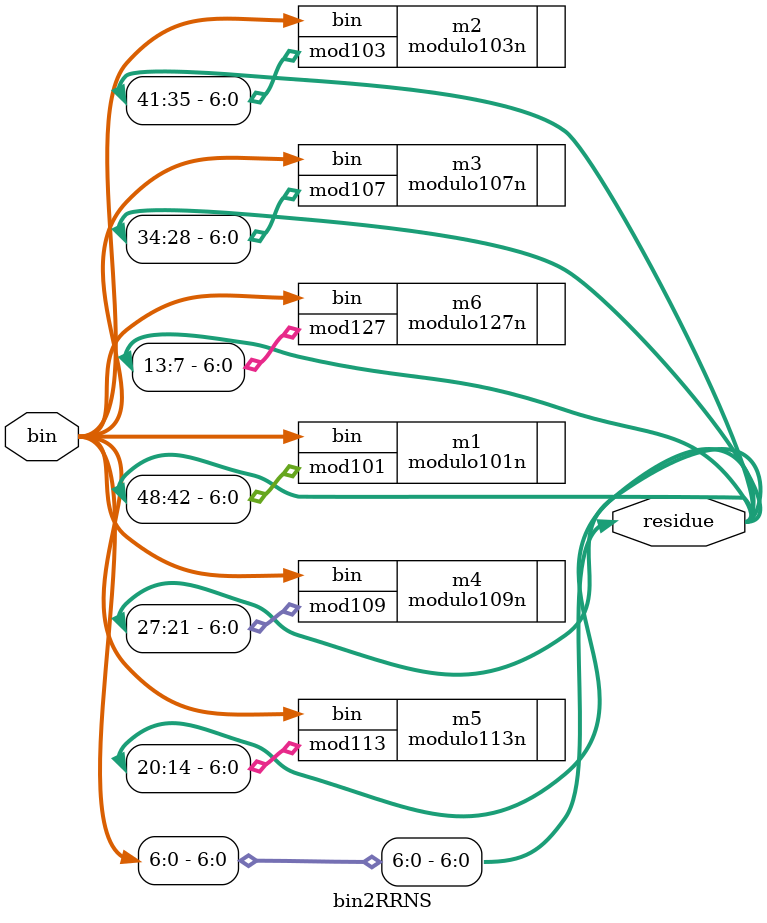
<source format=v>
`timescale 1ns / 1ps


module bin2RRNS(input [31:0] bin, output [48:0] residue);

//Different modulo operations are done on the 32-bit input to calculate all the residues
//Moduli set (101, 103, 107, 109, 113, 127, 128) is chosen for modulo operation
//each of the seven bits of the 49-bit output of this module represents a residue
modulo101n m1(.bin(bin),.mod101(residue[48:42]));
modulo103n m2(.bin(bin),.mod103(residue[41:35]));
modulo107n m3(.bin(bin),.mod107(residue[34:28]));
modulo109n m4(.bin(bin),.mod109(residue[27:21]));
modulo113n m5(.bin(bin),.mod113(residue[20:14]));
modulo127n m6(.bin(bin),.mod127(residue[13:7]));
assign residue[6:0] = bin[6:0]; // this is modulo128 operation which just requires masking of least significant 7-bits

endmodule

</source>
